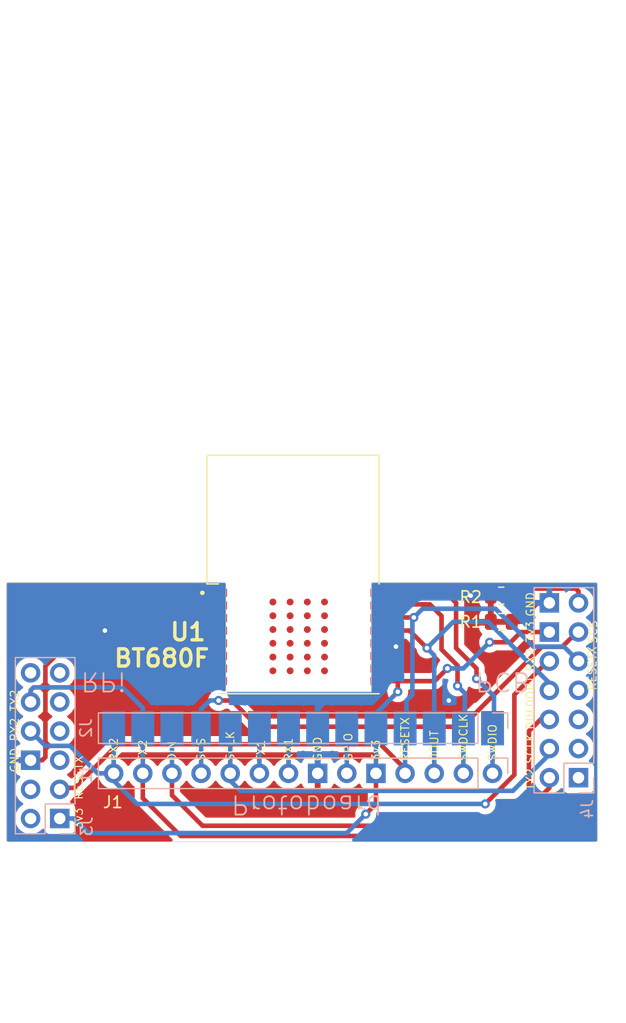
<source format=kicad_pcb>
(kicad_pcb (version 20221018) (generator pcbnew)
  (layers (0 "F.Cu" signal) (31 "B.Cu" signal) (34 "B.Paste" user) (35 "F.Paste" user) (36 "B.SilkS" user "B.Silkscreen") (37 "F.SilkS" user "F.Silkscreen") (38 "B.Mask" user) (39 "F.Mask" user) (44 "Edge.Cuts" user))
  (net 0 "")
  (net 1 "UART_1_RX")
  (net 2 "UART_1_TX")
  (net 3 "SPI-SCLK_2")
  (net 4 "SPI-DIN-2")
  (net 5 "SPI_SCS-2")
  (net 6 "UART_2_RX")
  (net 7 "UART_2_TX")
  (net 8 "GND")
  (net 9 "+3V3")
  (net 10 "SPI-DOUT_2")
  (net 11 "RESETX")
  (net 12 "SWDCLK")
  (net 13 "SWDIO")
  (net 14 "GPIO1")
  (net 15 "Net-(J3-Pad12)")
  (net 16 "Net-(J3-Pad11)")
  (net 17 "Net-(J3-Pad9)")
  (net 18 "Net-(J3-Pad7)")
  (net 19 "Net-(J3-Pad5)")
  (net 20 "Net-(J3-Pad4)")
  (net 21 "Net-(J3-Pad2)")
  (net 22 "Net-(J4-Pad7)")
  (net 23 "Net-(J4-Pad5)")
  (net 24 "Net-(J4-Pad3)")
  (net 25 "Net-(J4-Pad1)")
  (net 26 "Net-(U1-PadD4)")
  (net 27 "Net-(U1-PadC4)")
  (net 28 "Net-(U1-Pad12)")
  (net 29 "Net-(U1-Pad11)")
  (net 30 "Net-(U1-Pad7)")
  (net 31 "Net-(U1-Pad6)")
  (net 32 "Net-(U1-Pad5)")
  (net 33 "Net-(U1-Pad4)")
  (net 34 "Net-(U1-Pad3)")
  (net 35 "Net-(U1-Pad2)")
  (net 36 "Net-(U1-Pad1)")
  (net 37 "Net-(U1-Pad8)")
  (net 38 "Pad13")
  (footprint "Resistor_SMD:R_0805_2012Metric" (layer "F.Cu") (at 181.324 88.94 180)
    (fp_text reference "R2" (at 2.667 -0.127) (layer "F.SilkS"))
    (fp_text value "0k")
    (fp_line (start -0.227064 -0.735) (end 0.227064 -0.735) (stroke (width 0.12)) (layer "F.SilkS"))
    (fp_line (start -0.227064 0.735) (end 0.227064 0.735) (stroke (width 0.12)) (layer "F.SilkS"))
    (pad "1" smd roundrect (at -0.9125 0 180) (size 1.025 1.4) (layers "F.Cu" "F.Paste" "F.Mask") (roundrect_rratio 0.243902) (net 38 "Pad13"))
    (pad "2" smd roundrect (at 0.9125 0 180) (size 1.025 1.4) (layers "F.Cu" "F.Paste" "F.Mask") (roundrect_rratio 0.243902) (net 8 "GND"))
  )
  (footprint "BT680F:MODULE_BT680F" (layer "F.Cu") (at 163.671 92.496)
    (fp_text reference "U1" (at -9.652 -0.381) (layer "F.SilkS") (effects (font (size 1.5 1.5) (thickness 0.3))))
    (fp_text value "BT680F" (at -11.938 1.905) (layer "F.SilkS") (effects (font (size 1.5 1.5) (thickness 0.3))))
    (fp_line (start -8 -15.8) (end -8 -4.57) (stroke (width 0.127)) (layer "F.SilkS"))
    (fp_line (start -8 -4.57) (end -7 -4.57) (stroke (width 0.127)) (layer "F.SilkS"))
    (fp_line (start -7 5) (end 7 5) (stroke (width 0.127)) (layer "F.SilkS"))
    (fp_line (start 7 -15.8) (end -8 -15.8) (stroke (width 0.127)) (layer "F.SilkS"))
    (fp_line (start 7 -4.57) (end 7 -15.8) (stroke (width 0.127)) (layer "F.SilkS"))
    (fp_circle (center -8.4 -3.8) (end -8.3 -3.8) (stroke (width 0.2)) (fill none) (layer "F.SilkS"))
    (pad "1" smd rect (at -7 -3.8) (size 1.5 0.7) (layers "F.Cu" "F.Paste" "F.Mask") (net 36 "Net-(U1-Pad1)"))
    (pad "2" smd rect (at -7 -2.7) (size 1.5 0.7) (layers "F.Cu" "F.Paste" "F.Mask") (net 35 "Net-(U1-Pad2)"))
    (pad "3" smd rect (at -7 -1.6) (size 1.5 0.7) (layers "F.Cu" "F.Paste" "F.Mask") (net 34 "Net-(U1-Pad3)"))
    (pad "4" smd rect (at -7 -0.5) (size 1.5 0.7) (layers "F.Cu" "F.Paste" "F.Mask") (net 33 "Net-(U1-Pad4)"))
    (pad "5" smd rect (at -7 0.6) (size 1.5 0.7) (layers "F.Cu" "F.Paste" "F.Mask") (net 32 "Net-(U1-Pad5)"))
    (pad "6" smd rect (at -7 1.7) (size 1.5 0.7) (layers "F.Cu" "F.Paste" "F.Mask") (net 31 "Net-(U1-Pad6)"))
    (pad "7" smd rect (at -7 2.8) (size 1.5 0.7) (layers "F.Cu" "F.Paste" "F.Mask") (net 30 "Net-(U1-Pad7)"))
    (pad "8" smd rect (at -7 3.9) (size 1.5 0.7) (layers "F.Cu" "F.Paste" "F.Mask") (net 37 "Net-(U1-Pad8)"))
    (pad "9" smd rect (at 7 3.9) (size 1.5 0.7) (layers "F.Cu" "F.Paste" "F.Mask") (net 9 "+3V3"))
    (pad "10" smd rect (at 7 2.8) (size 1.5 0.7) (layers "F.Cu" "F.Paste" "F.Mask") (net 8 "GND"))
    (pad "11" smd rect (at 7 1.7) (size 1.5 0.7) (layers "F.Cu" "F.Paste" "F.Mask") (net 29 "Net-(U1-Pad11)"))
    (pad "12" smd rect (at 7 0.6) (size 1.5 0.7) (layers "F.Cu" "F.Paste" "F.Mask") (net 28 "Net-(U1-Pad12)"))
    (pad "13" smd rect (at 7 -0.5) (size 1.5 0.7) (layers "F.Cu" "F.Paste" "F.Mask") (net 10 "SPI-DOUT_2"))
    (pad "14" smd rect (at 7 -1.6) (size 1.5 0.7) (layers "F.Cu" "F.Paste" "F.Mask") (net 11 "RESETX"))
    (pad "15" smd rect (at 7 -2.7) (size 1.5 0.7) (layers "F.Cu" "F.Paste" "F.Mask") (net 12 "SWDCLK"))
    (pad "16" smd rect (at 7 -3.8) (size 1.5 0.7) (layers "F.Cu" "F.Paste" "F.Mask") (net 13 "SWDIO"))
    (pad "A0" smd circle (at -2.25 -3) (size 0.6 0.6) (layers "F.Cu" "F.Paste" "F.Mask") (net 8 "GND"))
    (pad "A1" smd circle (at -2.25 -1.8) (size 0.6 0.6) (layers "F.Cu" "F.Paste" "F.Mask"))
    (pad "A2" smd circle (at -2.25 -0.6) (size 0.6 0.6) (layers "F.Cu" "F.Paste" "F.Mask"))
    (pad "A3" smd circle (at -2.25 0.6) (size 0.6 0.6) (layers "F.Cu" "F.Paste" "F.Mask"))
    (pad "A4" smd circle (at -2.25 1.8) (size 0.6 0.6) (layers "F.Cu" "F.Paste" "F.Mask") (net 4 "SPI-DIN-2"))
    (pad "A5" smd circle (at -2.25 3) (size 0.6 0.6) (layers "F.Cu" "F.Paste" "F.Mask") (net 5 "SPI_SCS-2"))
    (pad "B0" smd circle (at -0.75 -3) (size 0.6 0.6) (layers "F.Cu" "F.Paste" "F.Mask") (net 8 "GND"))
    (pad "B1" smd circle (at -0.75 -1.8) (size 0.6 0.6) (layers "F.Cu" "F.Paste" "F.Mask"))
    (pad "B2" smd circle (at -0.75 -0.6) (size 0.6 0.6) (layers "F.Cu" "F.Paste" "F.Mask"))
    (pad "B3" smd circle (at -0.75 0.6) (size 0.6 0.6) (layers "F.Cu" "F.Paste" "F.Mask") (net 6 "UART_2_RX"))
    (pad "B4" smd circle (at -0.75 1.8) (size 0.6 0.6) (layers "F.Cu" "F.Paste" "F.Mask") (net 7 "UART_2_TX"))
    (pad "B5" smd circle (at -0.75 3) (size 0.6 0.6) (layers "F.Cu" "F.Paste" "F.Mask") (net 3 "SPI-SCLK_2"))
    (pad "C0" smd circle (at 0.75 -3) (size 0.6 0.6) (layers "F.Cu" "F.Paste" "F.Mask") (net 8 "GND"))
    (pad "C1" smd circle (at 0.75 -1.8) (size 0.6 0.6) (layers "F.Cu" "F.Paste" "F.Mask"))
    (pad "C2" smd circle (at 0.75 -0.6) (size 0.6 0.6) (layers "F.Cu" "F.Paste" "F.Mask"))
    (pad "C3" smd circle (at 0.75 0.6) (size 0.6 0.6) (layers "F.Cu" "F.Paste" "F.Mask"))
    (pad "C4" smd circle (at 0.75 1.8) (size 0.6 0.6) (layers "F.Cu" "F.Paste" "F.Mask") (net 27 "Net-(U1-PadC4)"))
    (pad "C5" smd circle (at 0.75 3) (size 0.6 0.6) (layers "F.Cu" "F.Paste" "F.Mask") (net 2 "UART_1_TX"))
    (pad "D0" smd circle (at 2.25 -3) (size 0.6 0.6) (layers "F.Cu" "F.Paste" "F.Mask") (net 8 "GND"))
    (pad "D1" smd circle (at 2.25 -1.8) (size 0.6 0.6) (layers "F.Cu" "F.Paste" "F.Mask"))
    (pad "D2" smd circle (at 2.25 -0.6) (size 0.6 0.6) (layers "F.Cu" "F.Paste" "F.Mask"))
    (pad "D3" smd circle (at 2.25 0.6) (size 0.6 0.6) (layers "F.Cu" "F.Paste" "F.Mask"))
    (pad "D4" smd circle (at 2.25 1.8) (size 0.6 0.6) (layers "F.Cu" "F.Paste" "F.Mask") (net 26 "Net-(U1-PadD4)"))
    (pad "D5" smd circle (at 2.25 3) (size 0.6 0.6) (layers "F.Cu" "F.Paste" "F.Mask") (net 1 "UART_1_RX"))
  )
  (footprint "Resistor_SMD:R_0805_2012Metric" (layer "F.Cu") (at 181.324 91.226 180)
    (fp_text reference "R1" (at 2.667 0) (layer "F.SilkS"))
    (fp_text value "0k")
    (fp_line (start -0.227064 -0.735) (end 0.227064 -0.735) (stroke (width 0.12)) (layer "F.SilkS"))
    (fp_line (start -0.227064 0.735) (end 0.227064 0.735) (stroke (width 0.12)) (layer "F.SilkS"))
    (pad "1" smd roundrect (at -0.9125 0 180) (size 1.025 1.4) (layers "F.Cu" "F.Paste" "F.Mask") (roundrect_rratio 0.243902) (net 8 "GND"))
    (pad "2" smd roundrect (at 0.9125 0 180) (size 1.025 1.4) (layers "F.Cu" "F.Paste" "F.Mask") (roundrect_rratio 0.243902) (net 8 "GND"))
  )
  (footprint "Connector_PinSocket_2.54mm:PinSocket_2x07_P2.54mm_Vertical" (layer "B.Cu") (at 188.055 104.815)
    (fp_text reference "J4" (at 0.762 2.7305 270) (layer "B.SilkS") (effects (justify mirror)))
    (fp_text value "PCB Vermelha")
    (fp_line (start -3.87 -16.57) (end 1.33 -16.57) (stroke (width 0.12)) (layer "B.SilkS"))
    (fp_line (start -3.87 1.33) (end -3.87 -16.57) (stroke (width 0.12)) (layer "B.SilkS"))
    (fp_line (start -3.87 1.33) (end -1.27 1.33) (stroke (width 0.12)) (layer "B.SilkS"))
    (fp_line (start -1.27 -1.27) (end 1.33 -1.27) (stroke (width 0.12)) (layer "B.SilkS"))
    (fp_line (start -1.27 1.33) (end -1.27 -1.27) (stroke (width 0.12)) (layer "B.SilkS"))
    (fp_line (start 0 1.33) (end 1.33 1.33) (stroke (width 0.12)) (layer "B.SilkS"))
    (fp_line (start 1.33 -1.27) (end 1.33 -16.57) (stroke (width 0.12)) (layer "B.SilkS"))
    (fp_line (start 1.33 1.33) (end 1.33 0) (stroke (width 0.12)) (layer "B.SilkS"))
    (pad "1" thru_hole rect (at 0 0) (size 1.7 1.7) (drill 1) (layers "*.Cu" "*.Mask") (net 25 "Net-(J4-Pad1)"))
    (pad "2" thru_hole oval (at -2.54 0) (size 1.7 1.7) (drill 1) (layers "*.Cu" "*.Mask") (net 7 "UART_2_TX"))
    (pad "3" thru_hole oval (at 0 -2.54) (size 1.7 1.7) (drill 1) (layers "*.Cu" "*.Mask") (net 24 "Net-(J4-Pad3)"))
    (pad "4" thru_hole oval (at -2.54 -2.54) (size 1.7 1.7) (drill 1) (layers "*.Cu" "*.Mask") (net 3 "SPI-SCLK_2"))
    (pad "5" thru_hole oval (at 0 -5.08) (size 1.7 1.7) (drill 1) (layers "*.Cu" "*.Mask") (net 23 "Net-(J4-Pad5)"))
    (pad "6" thru_hole oval (at -2.54 -5.08) (size 1.7 1.7) (drill 1) (layers "*.Cu" "*.Mask") (net 4 "SPI-DIN-2"))
    (pad "7" thru_hole oval (at 0 -7.62) (size 1.7 1.7) (drill 1) (layers "*.Cu" "*.Mask") (net 22 "Net-(J4-Pad7)"))
    (pad "8" thru_hole oval (at -2.54 -7.62) (size 1.7 1.7) (drill 1) (layers "*.Cu" "*.Mask") (net 10 "SPI-DOUT_2"))
    (pad "9" thru_hole oval (at 0 -10.16) (size 1.7 1.7) (drill 1) (layers "*.Cu" "*.Mask") (net 11 "RESETX"))
    (pad "10" thru_hole oval (at -2.54 -10.16) (size 1.7 1.7) (drill 1) (layers "*.Cu" "*.Mask") (net 6 "UART_2_RX"))
    (pad "11" thru_hole oval (at 0 -12.7) (size 1.7 1.7) (drill 1) (layers "*.Cu" "*.Mask") (net 5 "SPI_SCS-2"))
    (pad "12" thru_hole rect (at -2.54 -12.7) (size 1.7 1.7) (drill 1) (layers "*.Cu" "*.Mask") (net 9 "+3V3"))
    (pad "13" thru_hole oval (at 0 -15.24) (size 1.7 1.7) (drill 1) (layers "*.Cu" "*.Mask") (net 38 "Pad13"))
    (pad "14" thru_hole rect (at -2.54 -15.24) (size 1.7 1.7) (drill 1) (layers "*.Cu" "*.Mask") (net 8 "GND"))
  )
  (footprint "Connector_PinSocket_2.54mm:PinSocket_2x06_P2.54mm_Vertical" (layer "B.Cu") (at 142.843 108.371)
    (fp_text reference "J3" (at 2.3495 0.6985 90 unlocked) (layer "B.SilkS") (effects (justify mirror)))
    (fp_text value "RPi")
    (fp_line (start -3.87 -14.03) (end 1.33 -14.03) (stroke (width 0.12)) (layer "B.SilkS"))
    (fp_line (start -3.87 1.33) (end -3.87 -14.03) (stroke (width 0.12)) (layer "B.SilkS"))
    (fp_line (start -3.87 1.33) (end -1.27 1.33) (stroke (width 0.12)) (layer "B.SilkS"))
    (fp_line (start -1.27 -1.27) (end 1.33 -1.27) (stroke (width 0.12)) (layer "B.SilkS"))
    (fp_line (start -1.27 1.33) (end -1.27 -1.27) (stroke (width 0.12)) (layer "B.SilkS"))
    (fp_line (start 0 1.33) (end 1.33 1.33) (stroke (width 0.12)) (layer "B.SilkS"))
    (fp_line (start 1.33 -1.27) (end 1.33 -14.03) (stroke (width 0.12)) (layer "B.SilkS"))
    (fp_line (start 1.33 1.33) (end 1.33 0) (stroke (width 0.12)) (layer "B.SilkS"))
    (pad "1" thru_hole rect (at 0 0) (size 1.7 1.7) (drill 1) (layers "*.Cu" "*.Mask") (net 9 "+3V3"))
    (pad "2" thru_hole oval (at -2.54 0) (size 1.7 1.7) (drill 1) (layers "*.Cu" "*.Mask") (net 21 "Net-(J3-Pad2)"))
    (pad "3" thru_hole oval (at 0 -2.54) (size 1.7 1.7) (drill 1) (layers "*.Cu" "*.Mask") (net 11 "RESETX"))
    (pad "4" thru_hole oval (at -2.54 -2.54) (size 1.7 1.7) (drill 1) (layers "*.Cu" "*.Mask") (net 20 "Net-(J3-Pad4)"))
    (pad "5" thru_hole oval (at 0 -5.08) (size 1.7 1.7) (drill 1) (layers "*.Cu" "*.Mask") (net 19 "Net-(J3-Pad5)"))
    (pad "6" thru_hole rect (at -2.54 -5.08) (size 1.7 1.7) (drill 1) (layers "*.Cu" "*.Mask") (net 8 "GND"))
    (pad "7" thru_hole oval (at 0 -7.62) (size 1.7 1.7) (drill 1) (layers "*.Cu" "*.Mask") (net 18 "Net-(J3-Pad7)"))
    (pad "8" thru_hole oval (at -2.54 -7.62) (size 1.7 1.7) (drill 1) (layers "*.Cu" "*.Mask") (net 6 "UART_2_RX"))
    (pad "9" thru_hole oval (at 0 -10.16) (size 1.7 1.7) (drill 1) (layers "*.Cu" "*.Mask") (net 17 "Net-(J3-Pad9)"))
    (pad "10" thru_hole oval (at -2.54 -10.16) (size 1.7 1.7) (drill 1) (layers "*.Cu" "*.Mask") (net 7 "UART_2_TX"))
    (pad "11" thru_hole oval (at 0 -12.7) (size 1.7 1.7) (drill 1) (layers "*.Cu" "*.Mask") (net 16 "Net-(J3-Pad11)"))
    (pad "12" thru_hole oval (at -2.54 -12.7) (size 1.7 1.7) (drill 1) (layers "*.Cu" "*.Mask") (net 15 "Net-(J3-Pad12)"))
  )
  (footprint "Connector_PinSocket_2.54mm:PinSocket_1x14_P2.54mm_Vertical" (layer "B.Cu") (at 180.562 100.497 90)
    (fp_text reference "J2" (at 0 -35.433 270) (layer "B.SilkS") (effects (justify mirror)))
    (fp_text value "Protoboard SMD")
    (fp_line (start -1.33 -34.35) (end 1.33 -34.35) (stroke (width 0.12)) (layer "B.SilkS"))
    (fp_line (start -1.33 -1.27) (end -1.33 -34.35) (stroke (width 0.12)) (layer "B.SilkS"))
    (fp_line (start -1.33 -1.27) (end 1.33 -1.27) (stroke (width 0.12)) (layer "B.SilkS"))
    (fp_line (start 0 1.33) (end 1.33 1.33) (stroke (width 0.12)) (layer "B.SilkS"))
    (fp_line (start 1.33 -1.27) (end 1.33 -34.35) (stroke (width 0.12)) (layer "B.SilkS"))
    (fp_line (start 1.33 1.33) (end 1.33 0) (stroke (width 0.12)) (layer "B.SilkS"))
    (pad "1" smd rect (at 0 0 90) (size 3 2) (layers "B.Cu" "B.Paste" "B.Mask") (net 13 "SWDIO"))
    (pad "2" smd rect (at 0 -2.54 90) (size 3 2) (layers "B.Cu" "B.Paste" "B.Mask") (net 12 "SWDCLK"))
    (pad "3" smd rect (at 0 -5.08 90) (size 3 2) (layers "B.Cu" "B.Paste" "B.Mask") (net 10 "SPI-DOUT_2"))
    (pad "4" smd rect (at 0 -7.62 90) (size 3 2) (layers "B.Cu" "B.Paste" "B.Mask") (net 11 "RESETX"))
    (pad "5" smd rect (at 0 -10.16 90) (size 3 2) (layers "B.Cu" "B.Paste" "B.Mask") (net 9 "+3V3"))
    (pad "6" smd rect (at 0 -12.7 90) (size 3 2) (layers "B.Cu" "B.Paste" "B.Mask") (net 14 "GPIO1"))
    (pad "7" smd rect (at 0 -15.24 90) (size 3 2) (layers "B.Cu" "B.Paste" "B.Mask") (net 8 "GND"))
    (pad "8" smd rect (at 0 -17.78 90) (size 3 2) (layers "B.Cu" "B.Paste" "B.Mask") (net 1 "UART_1_RX"))
    (pad "9" smd rect (at 0 -20.32 90) (size 3 2) (layers "B.Cu" "B.Paste" "B.Mask") (net 2 "UART_1_TX"))
    (pad "10" smd rect (at 0 -22.86 90) (size 3 2) (layers "B.Cu" "B.Paste" "B.Mask") (net 3 "SPI-SCLK_2"))
    (pad "11" smd rect (at 0 -25.4 90) (size 3 1.7) (layers "B.Cu" "B.Paste" "B.Mask") (net 5 "SPI_SCS-2"))
    (pad "12" smd rect (at 0 -27.94 90) (size 3 2) (layers "B.Cu" "B.Paste" "B.Mask") (net 4 "SPI-DIN-2"))
    (pad "13" smd rect (at 0 -30.48 90) (size 3 2) (layers "B.Cu" "B.Paste" "B.Mask") (net 7 "UART_2_TX"))
    (pad "14" smd rect (at 0 -33.02 90) (size 3 2) (layers "B.Cu" "B.Paste" "B.Mask") (net 6 "UART_2_RX"))
  )
  (footprint "Connector_PinSocket_2.54mm:PinSocket_1x14_P2.54mm_Vertical" (layer "B.Cu") (at 180.562 104.434 90)
    (fp_text reference "J1" (at 0 -35.433 270) (layer "B.SilkS") (effects (justify mirror)))
    (fp_text value "Protoboard PTH")
    (fp_line (start -1.33 -34.35) (end 1.33 -34.35) (stroke (width 0.12)) (layer "B.SilkS"))
    (fp_line (start -1.33 -1.27) (end -1.33 -34.35) (stroke (width 0.12)) (layer "B.SilkS"))
    (fp_line (start -1.33 -1.27) (end 1.33 -1.27) (stroke (width 0.12)) (layer "B.SilkS"))
    (fp_line (start 0 1.33) (end 1.33 1.33) (stroke (width 0.12)) (layer "B.SilkS"))
    (fp_line (start 1.33 -1.27) (end 1.33 -34.35) (stroke (width 0.12)) (layer "B.SilkS"))
    (fp_line (start 1.33 1.33) (end 1.33 0) (stroke (width 0.12)) (layer "B.SilkS"))
    (pad "1" thru_hole circle (at 0 0 90) (size 1.7 1.7) (drill 1) (layers "*.Cu" "*.Mask") (net 13 "SWDIO"))
    (pad "2" thru_hole oval (at 0 -2.54 90) (size 1.7 1.7) (drill 1) (layers "*.Cu" "*.Mask") (net 12 "SWDCLK"))
    (pad "3" thru_hole oval (at 0 -5.08 90) (size 1.7 1.7) (drill 1) (layers "*.Cu" "*.Mask") (net 10 "SPI-DOUT_2"))
    (pad "4" thru_hole circle (at 0 -7.62 90) (size 1.7 1.7) (drill 1) (layers "*.Cu" "*.Mask") (net 11 "RESETX"))
    (pad "5" thru_hole rect (at 0 -10.16 90) (size 1.7 1.7) (drill 1) (layers "*.Cu" "*.Mask") (net 9 "+3V3"))
    (pad "6" thru_hole circle (at 0 -12.7 90) (size 1.7 1.7) (drill 1) (layers "*.Cu" "*.Mask") (net 14 "GPIO1"))
    (pad "7" thru_hole rect (at 0 -15.24 90) (size 1.7 1.7) (drill 1) (layers "*.Cu" "*.Mask") (net 8 "GND"))
    (pad "8" thru_hole oval (at 0 -17.78 90) (size 1.7 1.7) (drill 1) (layers "*.Cu" "*.Mask") (net 1 "UART_1_RX"))
    (pad "9" thru_hole oval (at 0 -20.32 90) (size 1.7 1.7) (drill 1) (layers "*.Cu" "*.Mask") (net 2 "UART_1_TX"))
    (pad "10" thru_hole oval (at 0 -22.86 90) (size 1.7 1.7) (drill 1) (layers "*.Cu" "*.Mask") (net 3 "SPI-SCLK_2"))
    (pad "11" thru_hole oval (at 0 -25.4 90) (size 1.7 1.7) (drill 1) (layers "*.Cu" "*.Mask") (net 5 "SPI_SCS-2"))
    (pad "12" thru_hole oval (at 0 -27.94 90) (size 1.7 1.7) (drill 1) (layers "*.Cu" "*.Mask") (net 4 "SPI-DIN-2"))
    (pad "13" thru_hole oval (at 0 -30.48 90) (size 1.7 1.7) (drill 1) (layers "*.Cu" "*.Mask") (net 7 "UART_2_TX"))
    (pad "14" thru_hole oval (at 0 -33.02 90) (size 1.7 1.7) (drill 1) (layers "*.Cu" "*.Mask") (net 6 "UART_2_RX"))
  )
  (gr_line (start 157.323 87.797) (end 138.2104 87.797) (stroke (width 0.05)) (layer "Edge.Cuts"))
  (gr_line (start 170 87.797) (end 170 97.322) (stroke (width 0.05)) (layer "Edge.Cuts"))
  (gr_line (start 189.7104 87.797) (end 170 87.797) (stroke (width 0.05)) (layer "Edge.Cuts"))
  (gr_line (start 157.323 97.322) (end 170 97.322) (stroke (width 0.05)) (layer "Edge.Cuts"))
  (gr_line (start 138.206 87.797) (end 138.206 110.403) (stroke (width 0.05)) (layer "Edge.Cuts"))
  (gr_line (start 189.706 110.403) (end 138.206 110.403) (stroke (width 0.05)) (layer "Edge.Cuts"))
  (gr_line (start 157.323 87.797) (end 157.323 97.322) (stroke (width 0.05)) (layer "Edge.Cuts"))
  (gr_line (start 189.7104 87.797) (end 189.7104 110.403) (stroke (width 0.05)) (layer "Edge.Cuts"))
  (gr_text "RPi\n" (at 146.653 96.433 180) (layer "B.SilkS") (effects (font (size 1.6 1.6) (thickness 0.16)) (justify mirror)))
  (gr_text "PCB\n" (at 181.451 96.433 180) (layer "B.SilkS") (effects (font (size 1.6 1.6) (thickness 0.16)) (justify mirror)))
  (gr_text "Protoboard" (at 164.3695 107.1645 180) (layer "B.SilkS") (effects (font (size 1.6 1.6) (thickness 0.16)) (justify mirror)))
  (gr_text "RX2" (at 138.906 100.624 90) (layer "F.SilkS") (effects (font (size 0.7 0.7) (thickness 0.1))))
  (gr_text "TX2" (at 138.906 98.084 90) (layer "F.SilkS") (effects (font (size 0.7 0.7) (thickness 0.1))))
  (gr_text "GND\n" (at 138.906 103.291 90) (layer "F.SilkS") (effects (font (size 0.7 0.7) (thickness 0.1))))
  (gr_text "3v3" (at 144.494 108.371 90) (layer "F.SilkS") (effects (font (size 0.7 0.7) (thickness 0.1))))
  (gr_text "RESETX" (at 144.494 104.815 90) (layer "F.SilkS") (effects (font (size 0.7 0.7) (thickness 0.1))))
  (gr_text "J1\n" (at 147.471 106.956) (layer "F.SilkS") (effects (font (size 1 1))))
  (gr_text "RESETX" (at 189.2615 95.29 90) (layer "F.SilkS") (effects (font (size 0.7 0.7) (thickness 0.1))))
  (gr_text "SCS" (at 189.325 92.115 90) (layer "F.SilkS") (effects (font (size 0.7 0.7) (thickness 0.1))))
  (gr_text "TX2" (at 183.864 104.942 90) (layer "F.SilkS") (effects (font (size 0.7 0.7) (thickness 0.1))))
  (gr_text "RX2" (at 147.542 102.364667 90) (layer "F.SilkS") (effects (font (size 0.7 0.7) (thickness 0.1))))
  (gr_text "SCS" (at 155.162 102.364667 90) (layer "F.SilkS") (effects (font (size 0.7 0.7) (thickness 0.1))))
  (gr_text "DOUT\n" (at 183.864 97.322 90) (layer "F.SilkS") (effects (font (size 0.7 0.7) (thickness 0.1))))
  (gr_text "TX2" (at 150.082 102.448 90) (layer "F.SilkS") (effects (font (size 0.7 0.7) (thickness 0.1))))
  (gr_text "RX1" (at 162.782 102.364667 90) (layer "F.SilkS") (effects (font (size 0.7 0.7) (thickness 0.1))))
  (gr_text "SCLK\n" (at 183.864 102.275 90) (layer "F.SilkS") (effects (font (size 0.7 0.7) (thickness 0.1))))
  (gr_text "GPIO" (at 167.989 102.148 90) (layer "F.SilkS") (effects (font (size 0.7 0.7) (thickness 0.1))))
  (gr_text "RX2" (at 183.864 94.528 90) (layer "F.SilkS") (effects (font (size 0.7 0.7) (thickness 0.1))))
  (gr_text "DIN\n" (at 152.622 102.498 90) (layer "F.SilkS") (effects (font (size 0.7 0.7) (thickness 0.1))))
  (gr_text "3v3" (at 170.402 102.448 90) (layer "F.SilkS") (effects (font (size 0.7 0.7) (thickness 0.1))))
  (gr_text "RESETX" (at 172.942 101.464667 90) (layer "F.SilkS") (effects (font (size 0.7 0.7) (thickness 0.1))))
  (gr_text "3v3" (at 183.864 92.115 90) (layer "F.SilkS") (effects (font (size 0.7 0.7) (thickness 0.1))))
  (gr_text "SWDCLK" (at 178.022 101.314667 90) (layer "F.SilkS") (effects (font (size 0.7 0.7) (thickness 0.1))))
  (gr_text "GND\n" (at 165.322 102.314667 90) (layer "F.SilkS") (effects (font (size 0.7 0.7) (thickness 0.1))))
  (gr_text "DOUT\n" (at 175.482 102.031334 90) (layer "F.SilkS") (effects (font (size 0.7 0.7) (thickness 0.1))))
  (gr_text "GND\n" (at 183.864 89.702 90) (layer "F.SilkS") (effects (font (size 0.7 0.7) (thickness 0.1))))
  (gr_text "TX1\n" (at 160.369 102.448 90) (layer "F.SilkS") (effects (font (size 0.7 0.7) (thickness 0.1))))
  (gr_text "SCLK\n" (at 157.702 102.064667 90) (layer "F.SilkS") (effects (font (size 0.7 0.7) (thickness 0.1))))
  (gr_text "SWDIO\n" (at 180.562 101.764667 90) (layer "F.SilkS") (effects (font (size 0.7 0.7) (thickness 0.1))))
  (gr_text "DIN\n" (at 183.864 99.735 90) (layer "F.SilkS") (effects (font (size 0.7 0.7) (thickness 0.1))))
  (segment (start 162.782 105.069) (end 162.782 100.497) (width 0.4) (layer "B.Cu") (net 1))
  (segment (start 160.242 105.069) (end 160.242 100.497) (width 0.4) (layer "B.Cu") (net 2))
  (segment (start 185.515 102.402) (end 185.515 102.783) (width 0.4) (layer "B.Cu") (net 3))
  (segment (start 182.34 105.958) (end 158.591 105.958) (width 0.4) (layer "B.Cu") (net 3))
  (segment (start 185.515 102.783) (end 182.34 105.958) (width 0.4) (layer "B.Cu") (net 3))
  (segment (start 157.702 105.069) (end 157.702 100.624) (width 0.4) (layer "B.Cu") (net 3))
  (segment (start 158.591 105.958) (end 157.702 105.069) (width 0.4) (layer "B.Cu") (net 3))
  (segment (start 155.289 109.006) (end 180.689 109.006) (width 0.4) (layer "F.Cu") (net 4))
  (segment (start 183.737 100.751) (end 184.753 99.735) (width 0.4) (layer "F.Cu") (net 4))
  (segment (start 152.622 106.339) (end 155.289 109.006) (width 0.4) (layer "F.Cu") (net 4))
  (segment (start 152.622 104.307) (end 152.622 106.339) (width 0.4) (layer "F.Cu") (net 4))
  (segment (start 183.737 105.958) (end 183.737 100.751) (width 0.4) (layer "F.Cu") (net 4))
  (segment (start 184.753 99.735) (end 185.642 99.735) (width 0.4) (layer "F.Cu") (net 4))
  (segment (start 180.689 109.006) (end 183.737 105.958) (width 0.4) (layer "F.Cu") (net 4))
  (segment (start 152.622 104.434) (end 152.622 100.497) (width 0.4) (layer "B.Cu") (net 4))
  (segment (start 160.115 100.37) (end 157.829 98.084) (width 0.4) (layer "F.Cu") (net 5))
  (segment (start 157.829 98.084) (end 156.686 98.084) (width 0.4) (layer "F.Cu") (net 5))
  (segment (start 186.638001 93.404999) (end 184.860001 93.404999) (width 0.4) (layer "F.Cu") (net 5))
  (segment (start 177.895 100.37) (end 160.115 100.37) (width 0.4) (layer "F.Cu") (net 5))
  (segment (start 184.860001 93.404999) (end 177.895 100.37) (width 0.4) (layer "F.Cu") (net 5))
  (segment (start 187.928 92.115) (end 186.638001 93.404999) (width 0.4) (layer "F.Cu") (net 5))
  (via (at 156.686 98.084) (size 0.8) (drill 0.4) (layers "F.Cu" "B.Cu") (net 5))
  (segment (start 155.162 101.132) (end 155.162 98.846) (width 0.4) (layer "B.Cu") (net 5))
  (segment (start 155.924 98.084) (end 156.686 98.084) (width 0.4) (layer "B.Cu") (net 5))
  (segment (start 155.162 105.069) (end 155.162 100.624) (width 0.4) (layer "B.Cu") (net 5))
  (segment (start 155.162 98.846) (end 155.924 98.084) (width 0.4) (layer "B.Cu") (net 5))
  (segment (start 185.388 94.655) (end 182.467 97.576) (width 0.4) (layer "F.Cu") (net 6))
  (segment (start 182.467 104.561002) (end 179.927002 107.101) (width 0.4) (layer "F.Cu") (net 6))
  (segment (start 182.467 97.576) (end 182.467 104.561002) (width 0.4) (layer "F.Cu") (net 6))
  (via (at 179.927002 107.101) (size 0.8) (drill 0.4) (layers "F.Cu" "B.Cu") (net 6))
  (segment (start 147.542 105.069) (end 149.574 107.101) (width 0.4) (layer "B.Cu") (net 6))
  (segment (start 143.751999 102.040999) (end 141.592999 102.040999) (width 0.4) (layer "B.Cu") (net 6))
  (segment (start 147.542 104.434) (end 146.145 104.434) (width 0.4) (layer "B.Cu") (net 6))
  (segment (start 146.145 104.434) (end 143.751999 102.040999) (width 0.4) (layer "B.Cu") (net 6))
  (segment (start 147.542 100.751) (end 147.542 105.069) (width 0.4) (layer "B.Cu") (net 6))
  (segment (start 149.574 107.101) (end 179.927002 107.101) (width 0.4) (layer "B.Cu") (net 6))
  (segment (start 141.592999 102.040999) (end 140.303 100.751) (width 0.4) (layer "B.Cu") (net 6))
  (segment (start 185.515 104.815) (end 185.515 105.704) (width 0.4) (layer "F.Cu") (net 7))
  (segment (start 150.082 106.593) (end 150.082 104.053) (width 0.4) (layer "F.Cu") (net 7))
  (segment (start 181.324 109.895) (end 153.384 109.895) (width 0.4) (layer "F.Cu") (net 7))
  (segment (start 153.384 109.895) (end 150.082 106.593) (width 0.4) (layer "F.Cu") (net 7))
  (segment (start 185.515 105.704) (end 181.324 109.895) (width 0.4) (layer "F.Cu") (net 7))
  (segment (start 140.303 97.195) (end 140.303 98.084) (width 0.4) (layer "B.Cu") (net 7))
  (segment (start 148.304 96.941) (end 140.557 96.941) (width 0.4) (layer "B.Cu") (net 7))
  (segment (start 140.557 96.941) (end 140.303 97.195) (width 0.4) (layer "B.Cu") (net 7))
  (segment (start 150.082 98.719) (end 148.304 96.941) (width 0.4) (layer "B.Cu") (net 7))
  (segment (start 150.082 105.069) (end 150.082 100.37) (width 0.4) (layer "B.Cu") (net 7))
  (segment (start 150.082 100.497) (end 150.082 98.719) (width 0.4) (layer "B.Cu") (net 7))
  (segment (start 146.78 91.988) (end 146.907 91.988) (width 0.4) (layer "F.Cu") (net 8))
  (segment (start 180.308 91.353) (end 179.165 91.353) (width 0.4) (layer "F.Cu") (net 8))
  (segment (start 179.038 98.084) (end 176.751992 98.084) (width 0.4) (layer "F.Cu") (net 8))
  (segment (start 172.14199 94.95901) (end 172.14199 93.385) (width 0.4) (layer "F.Cu") (net 8))
  (segment (start 178.53 91.988) (end 178.53 93.004) (width 0.4) (layer "F.Cu") (net 8))
  (segment (start 178.657 88.94) (end 180.308 88.94) (width 0.4) (layer "F.Cu") (net 8))
  (segment (start 180.816 95.29) (end 180.816 96.306) (width 0.4) (layer "F.Cu") (net 8))
  (segment (start 141.592999 103.017001) (end 141.592999 95.070999) (width 0.4) (layer "F.Cu") (net 8))
  (segment (start 144.675998 91.988) (end 146.78 91.988) (width 0.4) (layer "F.Cu") (net 8))
  (segment (start 180.435 90.591) (end 180.435 89.269) (width 0.4) (layer "F.Cu") (net 8))
  (segment (start 140.303 103.291) (end 141.319 103.291) (width 0.4) (layer "F.Cu") (net 8))
  (segment (start 180.816 96.306) (end 179.038 98.084) (width 0.4) (layer "F.Cu") (net 8))
  (segment (start 170.671 95.296) (end 171.805 95.296) (width 0.4) (layer "F.Cu") (net 8))
  (segment (start 182.848 91.226) (end 182.34 91.226) (width 0.4) (layer "F.Cu") (net 8))
  (segment (start 179.165 91.353) (end 178.53 91.988) (width 0.4) (layer "F.Cu") (net 8))
  (segment (start 171.805 95.296) (end 172.14199 94.95901) (width 0.4) (layer "F.Cu") (net 8))
  (segment (start 178.53 93.004) (end 180.816 95.29) (width 0.4) (layer "F.Cu") (net 8))
  (segment (start 185.515 89.575) (end 184.499 89.575) (width 0.4) (layer "F.Cu") (net 8))
  (segment (start 184.499 89.575) (end 182.848 91.226) (width 0.4) (layer "F.Cu") (net 8))
  (segment (start 141.592999 95.070999) (end 144.675998 91.988) (width 0.4) (layer "F.Cu") (net 8))
  (segment (start 141.319 103.291) (end 141.592999 103.017001) (width 0.4) (layer "F.Cu") (net 8))
  (via (at 146.78 91.988) (size 0.8) (drill 0.4) (layers "F.Cu" "B.Cu") (net 8))
  (via (at 172.14199 93.385) (size 0.8) (drill 0.4) (layers "F.Cu" "B.Cu") (net 8))
  (via (at 176.751992 98.084) (size 0.8) (drill 0.4) (layers "F.Cu" "B.Cu") (net 8))
  (via (at 178.657 88.94) (size 0.8) (drill 0.4) (layers "F.Cu" "B.Cu") (net 8))
  (segment (start 171.545 93.385) (end 172.14199 93.385) (width 0.4) (layer "B.Cu") (net 8))
  (segment (start 170.91 94.02) (end 171.545 93.385) (width 0.4) (layer "B.Cu") (net 8))
  (segment (start 174.297998 88.94) (end 172.14199 91.096008) (width 0.4) (layer "B.Cu") (net 8))
  (segment (start 172.14199 91.096008) (end 172.14199 93.385) (width 0.4) (layer "B.Cu") (net 8))
  (segment (start 165.322 98.846) (end 165.957 98.211) (width 0.4) (layer "B.Cu") (net 8))
  (segment (start 170.148 98.211) (end 170.91 97.449) (width 0.4) (layer "B.Cu") (net 8))
  (segment (start 165.957 98.211) (end 170.148 98.211) (width 0.4) (layer "B.Cu") (net 8))
  (segment (start 170.91 97.449) (end 170.91 94.02) (width 0.4) (layer "B.Cu") (net 8))
  (segment (start 178.657 88.94) (end 174.297998 88.94) (width 0.4) (layer "B.Cu") (net 8))
  (segment (start 165.322 105.069) (end 165.322 98.846) (width 0.4) (layer "B.Cu") (net 8))
  (segment (start 185.515 92.115) (end 183.032685 92.115) (width 0.4) (layer "F.Cu") (net 9))
  (segment (start 182.143685 93.004) (end 180.308 93.004) (width 0.4) (layer "F.Cu") (net 9))
  (segment (start 170.402 105.069) (end 170.402 107.101) (width 0.4) (layer "F.Cu") (net 9))
  (segment (start 172.307 96.486) (end 172.397 96.396) (width 0.4) (layer "F.Cu") (net 9))
  (segment (start 175.519 96.396) (end 176.625 95.29) (width 0.4) (layer "F.Cu") (net 9))
  (segment (start 172.307 97.322) (end 172.307 96.486) (width 0.4) (layer "F.Cu") (net 9))
  (segment (start 170.402 107.101) (end 169.513 107.99) (width 0.4) (layer "F.Cu") (net 9))
  (segment (start 170.671 96.396) (end 172.397 96.396) (width 0.4) (layer "F.Cu") (net 9))
  (segment (start 172.397 96.396) (end 175.519 96.396) (width 0.4) (layer "F.Cu") (net 9))
  (segment (start 170.671 96.396) (end 171.381 96.396) (width 0.4) (layer "F.Cu") (net 9))
  (segment (start 183.032685 92.115) (end 182.143685 93.004) (width 0.4) (layer "F.Cu") (net 9))
  (via (at 180.308 93.004) (size 0.8) (drill 0.4) (layers "F.Cu" "B.Cu") (net 9))
  (via (at 169.513 107.99) (size 0.8) (drill 0.4) (layers "F.Cu" "B.Cu") (net 9))
  (via (at 176.625 95.29) (size 0.8) (drill 0.4) (layers "F.Cu" "B.Cu") (net 9))
  (via (at 172.307 97.322) (size 0.8) (drill 0.4) (layers "F.Cu" "B.Cu") (net 9))
  (segment (start 144.0495 108.371) (end 145.3195 109.641) (width 0.4) (layer "B.Cu") (net 9))
  (segment (start 170.529 101.386) (end 170.402 101.513) (width 0.4) (layer "B.Cu") (net 9))
  (segment (start 180.308 93.004) (end 178.022 95.29) (width 0.4) (layer "B.Cu") (net 9))
  (segment (start 170.402 99.227) (end 172.307 97.322) (width 0.4) (layer "B.Cu") (net 9))
  (segment (start 167.862 109.641) (end 169.513 107.99) (width 0.4) (layer "B.Cu") (net 9))
  (segment (start 170.402 105.069) (end 170.402 99.227) (width 0.4) (layer "B.Cu") (net 9))
  (segment (start 142.843 108.371) (end 144.0495 108.371) (width 0.4) (layer "B.Cu") (net 9))
  (segment (start 178.022 95.29) (end 176.625 95.29) (width 0.4) (layer "B.Cu") (net 9))
  (segment (start 145.3195 109.641) (end 167.862 109.641) (width 0.4) (layer "B.Cu") (net 9))
  (segment (start 174.446997 93.112001) (end 174.846996 93.512) (width 0.4) (layer "F.Cu") (net 10))
  (segment (start 173.322996 91.988) (end 174.446997 93.112001) (width 0.4) (layer "F.Cu") (net 10))
  (segment (start 170.656 91.988) (end 173.322996 91.988) (width 0.4) (layer "F.Cu") (net 10))
  (via (at 174.846996 93.512) (size 0.8) (drill 0.4) (layers "F.Cu" "B.Cu") (net 10))
  (segment (start 175.482 104.434) (end 175.482 94.147004) (width 0.4) (layer "B.Cu") (net 10))
  (segment (start 185.515 97.195) (end 185.515 96.56) (width 0.4) (layer "B.Cu") (net 10))
  (segment (start 177.132996 91.226) (end 174.846996 93.512) (width 0.4) (layer "B.Cu") (net 10))
  (segment (start 185.515 96.56) (end 180.181 91.226) (width 0.4) (layer "B.Cu") (net 10))
  (segment (start 175.482 94.147004) (end 174.846996 93.512) (width 0.4) (layer "B.Cu") (net 10))
  (segment (start 180.181 91.226) (end 177.132996 91.226) (width 0.4) (layer "B.Cu") (net 10))
  (segment (start 170.783 90.845) (end 173.704 90.845) (width 0.4) (layer "F.Cu") (net 11))
  (segment (start 172.815 103.926) (end 172.815 104.815) (width 0.4) (layer "F.Cu") (net 11))
  (segment (start 142.843 105.704) (end 144.113 105.704) (width 0.4) (layer "F.Cu") (net 11))
  (segment (start 144.113 105.704) (end 147.923 101.894) (width 0.4) (layer "F.Cu") (net 11))
  (segment (start 170.783 101.894) (end 172.815 103.926) (width 0.4) (layer "F.Cu") (net 11))
  (segment (start 147.923 101.894) (end 170.783 101.894) (width 0.4) (layer "F.Cu") (net 11))
  (via (at 173.704 90.845) (size 0.8) (drill 0.4) (layers "F.Cu" "B.Cu") (net 11))
  (segment (start 180.816 90.083) (end 174.466 90.083) (width 0.4) (layer "B.Cu") (net 11))
  (segment (start 186.785 93.385) (end 184.118 93.385) (width 0.4) (layer "B.Cu") (net 11))
  (segment (start 173.069 98.084) (end 173.577 97.576) (width 0.4) (layer "B.Cu") (net 11))
  (segment (start 173.069 101.132) (end 173.069 98.084) (width 0.4) (layer "B.Cu") (net 11))
  (segment (start 173.577 97.576) (end 173.577 90.972) (width 0.4) (layer "B.Cu") (net 11))
  (segment (start 173.577 90.972) (end 173.704 90.845) (width 0.4) (layer "B.Cu") (net 11))
  (segment (start 172.942 101.64) (end 172.942 101.132) (width 0.4) (layer "B.Cu") (net 11))
  (segment (start 174.466 90.083) (end 173.704 90.845) (width 0.4) (layer "B.Cu") (net 11))
  (segment (start 172.942 101.132) (end 172.942 105.069) (width 0.4) (layer "B.Cu") (net 11))
  (segment (start 188.055 94.655) (end 186.785 93.385) (width 0.4) (layer "B.Cu") (net 11))
  (segment (start 184.118 93.385) (end 180.816 90.083) (width 0.4) (layer "B.Cu") (net 11))
  (segment (start 177.514 95.036) (end 177.514 96.814) (width 0.4) (layer "F.Cu") (net 12))
  (segment (start 175.101 89.702) (end 176.117 90.718) (width 0.4) (layer "F.Cu") (net 12))
  (segment (start 176.117 90.718) (end 176.117 93.639) (width 0.4) (layer "F.Cu") (net 12))
  (segment (start 170.656 89.702) (end 175.101 89.702) (width 0.4) (layer "F.Cu") (net 12))
  (segment (start 176.117 93.639) (end 177.514 95.036) (width 0.4) (layer "F.Cu") (net 12))
  (via (at 177.514 96.814) (size 0.8) (drill 0.4) (layers "F.Cu" "B.Cu") (net 12))
  (segment (start 178.149 97.449) (end 177.913999 97.213999) (width 0.4) (layer "B.Cu") (net 12))
  (segment (start 178.149 101.386) (end 178.149 97.449) (width 0.4) (layer "B.Cu") (net 12))
  (segment (start 178.022 105.069) (end 178.022 99.989) (width 0.4) (layer "B.Cu") (net 12))
  (segment (start 177.913999 97.213999) (end 177.514 96.814) (width 0.4) (layer "B.Cu") (net 12))
  (segment (start 170.656 88.813) (end 176.625 88.813) (width 0.4) (layer "F.Cu") (net 13))
  (segment (start 177.387 89.575) (end 177.387 93.512) (width 0.4) (layer "F.Cu") (net 13))
  (segment (start 177.387 93.512) (end 179.165 95.29) (width 0.4) (layer "F.Cu") (net 13))
  (segment (start 179.165 95.29) (end 179.165 96.179) (width 0.4) (layer "F.Cu") (net 13))
  (segment (start 176.625 88.813) (end 177.387 89.575) (width 0.4) (layer "F.Cu") (net 13))
  (via (at 179.165 96.179) (size 0.8) (drill 0.4) (layers "F.Cu" "B.Cu") (net 13))
  (segment (start 180.689 97.703) (end 179.564999 96.578999) (width 0.4) (layer "B.Cu") (net 13))
  (segment (start 180.689 101.513) (end 180.689 97.703) (width 0.4) (layer "B.Cu") (net 13))
  (segment (start 180.562 105.069) (end 180.562 100.497) (width 0.4) (layer "B.Cu") (net 13))
  (segment (start 179.564999 96.578999) (end 179.165 96.179) (width 0.4) (layer "B.Cu") (net 13))
  (segment (start 167.862 105.069) (end 167.862 100.243) (width 0.4) (layer "B.Cu") (net 14))
  (segment (start 187.820999 88.324999) (end 183.844001 88.324999) (width 0.4) (layer "F.Cu") (net 38))
  (segment (start 183.102 89.067) (end 182.467 89.067) (width 0.4) (layer "F.Cu") (net 38))
  (segment (start 183.844001 88.324999) (end 183.102 89.067) (width 0.4) (layer "F.Cu") (net 38))
  (segment (start 188.055 88.559) (end 187.820999 88.324999) (width 0.4) (layer "F.Cu") (net 38))
  (segment (start 188.055 89.575) (end 188.055 88.559) (width 0.4) (layer "F.Cu") (net 38))
  (zone (net 8) (net_name "GND") (layer "F.Cu") (connect_pads (clearance 0.508)) (min_thickness 0.254) (fill yes (thermal_gap 0.508) (thermal_bridge_width 0.508))
    (polygon (pts (xy 190.214 87.543) (xy 169.767 87.543) (xy 169.767 97.068) (xy 157.575 97.068) (xy 157.575 87.543) (xy 137.636 87.543) (xy 137.636 111.038) (xy 190.214 111.165)))
  )
  (zone (net 8) (net_name "GND") (layer "B.Cu") (connect_pads (clearance 0.508)) (min_thickness 0.254) (fill yes (thermal_gap 0.508) (thermal_bridge_width 0.508))
    (polygon (pts (xy 190.214 111.165) (xy 190.214 87.543) (xy 169.767 87.543) (xy 169.767 97.068) (xy 157.575 97.068) (xy 157.575 87.543) (xy 137.636 87.543) (xy 137.636 111.038)))
  )
)
</source>
